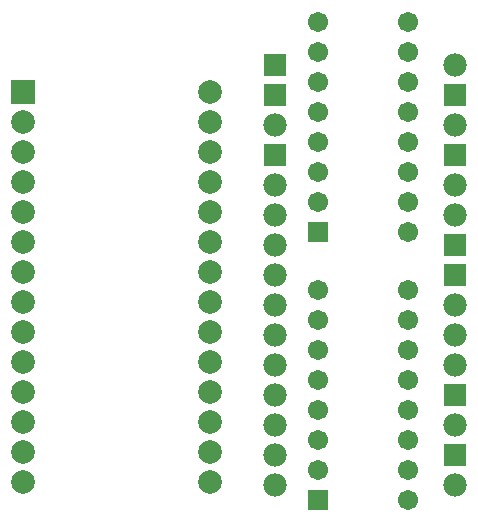
<source format=gbs>
%FSTAX23Y23*%
%MOIN*%
%SFA1B1*%

%IPPOS*%
%ADD13C,0.067060*%
%ADD14R,0.067060X0.067060*%
%ADD15C,0.078870*%
%ADD16R,0.078870X0.078870*%
%ADD17C,0.078000*%
%ADD18R,0.078000X0.078000*%
%LNeeprom_programmer-1*%
%LPD*%
G54D13*
X04065Y0243D03*
Y0233D03*
Y0223D03*
Y0213D03*
Y0203D03*
Y0193D03*
Y0183D03*
Y0173D03*
X03765Y0243D03*
Y0233D03*
Y0223D03*
Y0213D03*
Y0203D03*
Y0193D03*
Y0183D03*
X04065Y03325D03*
Y03225D03*
Y03125D03*
Y03025D03*
Y02925D03*
Y02825D03*
Y02725D03*
Y02625D03*
X03765Y03325D03*
Y03225D03*
Y03125D03*
Y03025D03*
Y02925D03*
Y02825D03*
Y02725D03*
G54D14*
X03765Y0173D03*
Y02625D03*
G54D15*
X03405Y03093D03*
Y02993D03*
Y02893D03*
Y02793D03*
Y02693D03*
Y02593D03*
Y02493D03*
Y02393D03*
Y02293D03*
Y02193D03*
Y02093D03*
Y01993D03*
Y01893D03*
Y01793D03*
X02781D03*
Y01893D03*
Y01993D03*
Y02093D03*
Y02193D03*
Y02293D03*
Y02393D03*
Y02593D03*
Y02693D03*
Y02793D03*
Y02893D03*
Y02993D03*
Y02493D03*
G54D16*
X02781Y03093D03*
G54D17*
X0422Y0178D03*
Y0198D03*
Y0218D03*
Y0228D03*
Y0238D03*
Y0268D03*
Y0278D03*
Y0298D03*
Y0318D03*
X0362Y0178D03*
Y0188D03*
Y0198D03*
Y0208D03*
Y0218D03*
Y0228D03*
Y0238D03*
Y0248D03*
Y0258D03*
Y0268D03*
Y0278D03*
Y0298D03*
G54D18*
X0422Y0188D03*
Y0208D03*
Y0248D03*
Y0258D03*
Y0288D03*
Y0308D03*
X0362Y0288D03*
Y0308D03*
Y0318D03*
M02*
</source>
